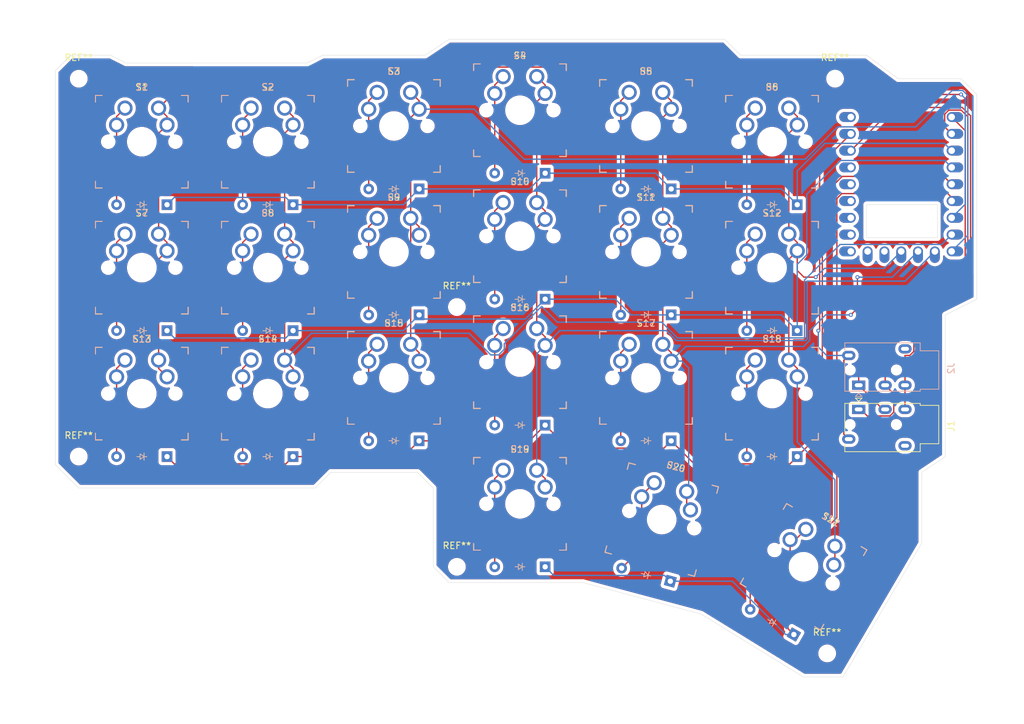
<source format=kicad_pcb>
(kicad_pcb (version 20240108) (generator "pcbnew") (generator_version "8.0")
  (layers (0 "F.Cu" signal) (31 "B.Cu" signal) (34 "B.Paste" user) (35 "F.Paste" user) (36 "B.SilkS" user "B.Silkscreen") (37 "F.SilkS" user "F.Silkscreen") (38 "B.Mask" user) (39 "F.Mask" user) (44 "Edge.Cuts" user))
  (net 0 "")
  (net 1 "Net-(D1-A)")
  (net 2 "ROW0")
  (net 3 "Net-(D2-A)")
  (net 4 "Net-(D3-A)")
  (net 5 "Net-(D4-A)")
  (net 6 "Net-(D5-A)")
  (net 7 "Net-(D6-A)")
  (net 8 "ROW1")
  (net 9 "Net-(D7-A)")
  (net 10 "Net-(D8-A)")
  (net 11 "Net-(D9-A)")
  (net 12 "Net-(D10-A)")
  (net 13 "Net-(D11-A)")
  (net 14 "Net-(D12-A)")
  (net 15 "Net-(D13-A)")
  (net 16 "ROW2")
  (net 17 "Net-(D14-A)")
  (net 18 "Net-(D15-A)")
  (net 19 "Net-(D16-A)")
  (net 20 "Net-(D17-A)")
  (net 21 "Net-(D18-A)")
  (net 22 "ROW3")
  (net 23 "Net-(D19-A)")
  (net 24 "Net-(D20-A)")
  (net 25 "Net-(D21-A)")
  (net 26 "COL0")
  (net 27 "COL1")
  (net 28 "COL2")
  (net 29 "COL3")
  (net 30 "COL4")
  (net 31 "COL5")
  (net 33 "RX")
  (net 34 "VCC")
  (net 40 "TX")
  (net 41 "GND")
  (footprint "ScottoKeebs_Components:Diode_DO-35" (layer "F.Cu") (at 156.209999 85.725001 180)
    (property "Reference" "D12" (hide yes))
    (property "Value" "Diode" (hide yes))
  )
  (footprint "ScottoKeebs_Components:Diode_DO-35" (layer "F.Cu") (at 137.159999 102.393751 180)
    (property "Reference" "D17" (hide yes))
    (property "Value" "Diode" (hide yes))
  )
  (footprint "ScottoKeebs_Components:Diode_DO-35" (layer "F.Cu") (at 155.699556 131.683125 150)
    (property "Reference" "D21" (hide yes))
    (property "Value" "Diode" (hide yes))
  )
  (footprint "ScottoKeebs_Components:Diode_DO-35" (layer "F.Cu") (at 80.009999 66.675001 180)
    (property "Reference" "D2" (hide yes))
    (property "Value" "Diode" (hide yes))
  )
  (footprint "keyswitches:SW_MX_reversible" (layer "F.Cu") (at 133.35 54.76875)
    (property "Reference" "S5")
    (property "Value" "Keyswitch")
  )
  (footprint "ScottoKeebs_Components:Diode_DO-35" (layer "F.Cu") (at 118.109999 61.912501 180)
    (property "Reference" "D4" (hide yes))
    (property "Value" "Diode" (hide yes))
  )
  (footprint "keyswitches:SW_MX_reversible" (layer "F.Cu") (at 133.35 73.81875)
    (property "Reference" "S11")
    (property "Value" "Keyswitch")
  )
  (footprint "ScottoKeebs_Components:Diode_DO-35" (layer "F.Cu") (at 60.959999 104.775001 180)
    (property "Reference" "D13" (hide yes))
    (property "Value" "Diode" (hide yes))
  )
  (footprint "MountingHole:MountingHole_2.2mm_M2" (layer "F.Cu") (at 160.734375 134.540625)
    (property "Reference" "REF**")
    (property "Value" "MountingHole_2.2mm_M2")
  )
  (footprint "keyswitches:SW_MX_reversible" (layer "F.Cu") (at 57.15 76.2)
    (property "Reference" "S7")
    (property "Value" "Keyswitch")
  )
  (footprint "keyswitches:SW_MX_reversible" (layer "F.Cu") (at 95.25 92.86875)
    (property "Reference" "S15")
    (property "Value" "Keyswitch")
  )
  (footprint "Connector_Audio:Jack_3.5mm_PJ320E_Horizontal" (layer "F.Cu") (at 165.496875 97.63125 -90)
    (property "Reference" "J1")
    (property "Value" "AudioJack4")
  )
  (footprint "ScottoKeebs_Components:Diode_DO-35" (layer "F.Cu") (at 99.059999 102.393751 180)
    (property "Reference" "D15" (hide yes))
    (property "Value" "Diode" (hide yes))
  )
  (footprint "ScottoKeebs_Components:Diode_DO-35" (layer "F.Cu") (at 99.059999 83.343751 180)
    (property "Reference" "D9" (hide yes))
    (property "Value" "Diode" (hide yes))
  )
  (footprint "ScottoKeebs_Components:Diode_DO-35" (layer "F.Cu") (at 137.159999 83.343751 180)
    (property "Reference" "D11" (hide yes))
    (property "Value" "Diode" (hide yes))
  )
  (footprint "ScottoKeebs_Components:Diode_DO-35" (layer "F.Cu") (at 60.959999 85.725001 180)
    (property "Reference" "D7" (hide yes))
    (property "Value" "Diode" (hide yes))
  )
  (footprint "MountingHole:MountingHole_2.2mm_M2" (layer "F.Cu") (at 104.775 121.44375)
    (property "Reference" "REF**")
    (property "Value" "MountingHole_2.2mm_M2")
  )
  (footprint "ScottoKeebs_Components:Diode_DO-35" (layer "F.Cu") (at 137.030177 123.620476 165)
    (property "Reference" "D20" (hide yes))
    (property "Value" "Diode" (hide yes))
  )
  (footprint "ScottoKeebs_Components:Diode_DO-35" (layer "F.Cu") (at 118.109999 80.962501 180)
    (property "Reference" "D10" (hide yes))
    (property "Value" "Diode" (hide yes))
  )
  (footprint "ScottoKeebs_Components:Diode_DO-35" (layer "F.Cu") (at 156.209999 104.775 180)
    (property "Reference" "D18" (hide yes))
    (property "Value" "Diode" (hide yes))
  )
  (footprint "keyswitches:SW_MX_reversible" (layer "F.Cu") (at 114.3 52.3875)
    (property "Reference" "S4")
    (property "Value" "Keyswitch")
  )
  (footprint "ScottoKeebs_Components:Diode_DO-35" (layer "F.Cu") (at 99.059999 64.293751 180)
    (property "Reference" "D3" (hide yes))
    (property "Value" "Diode" (hide yes))
  )
  (footprint "keyswitches:SW_MX_reversible" (layer "F.Cu") (at 152.4 95.25)
    (property "Reference" "S18")
    (property "Value" "Keyswitch")
  )
  (footprint "keyswitches:SW_MX_reversible" (layer "F.Cu") (at 152.4 57.15)
    (property "Reference" "S6")
    (property "Value" "Keyswitch")
  )
  (footprint "MountingHole:MountingHole_2.2mm_M2" (layer "F.Cu") (at 161.925 47.625)
    (property "Reference" "REF**")
    (property "Value" "MountingHole_2.2mm_M2")
  )
  (footprint "keyswitches:SW_MX_reversible" (layer "F.Cu") (at 133.35 92.86875)
    (property "Reference" "S17")
    (property "Value" "Keyswitch")
  )
  (footprint "keyswitches:SW_MX_reversible" (layer "F.Cu") (at 76.2 95.25)
    (property "Reference" "S14")
    (property "Value" "Keyswitch")
  )
  (footprint "MountingHole:MountingHole_2.2mm_M2" (layer "F.Cu") (at 47.625 47.625)
    (property "Reference" "REF**")
    (property "Value" "MountingHole_2.2mm_M2")
  )
  (footprint "ScottoKeebs_Components:Diode_DO-35" (layer "F.Cu") (at 60.959999 66.675001 180)
    (property "Reference" "D1" (hide yes))
    (property "Value" "Diode" (hide yes))
  )
  (footprint "MountingHole:MountingHole_2.2mm_M2" (layer "F.Cu") (at 104.775 82.153125)
    (property "Reference" "REF**")
    (property "Value" "MountingHole_2.2mm_M2")
  )
  (footprint "ScottoKeebs_Components:Diode_DO-35" (layer "F.Cu") (at 118.109999 100.012501 180)
    (property "Reference" "D16" (hide yes))
    (property "Value" "Diode" (hide yes))
  )
  (footprint "keyswitches:SW_MX_reversible" (layer "F.Cu") (at 76.2 76.2)
    (property "Reference" "S8")
    (property "Value" "Keyswitch")
  )
  (footprint "ScottoKeebs_Components:Diode_DO-35" (layer "F.Cu") (at 137.159999 64.293751 180)
    (property "Reference" "D5" (hide yes))
    (property "Value" "Diode" (hide yes))
  )
  (footprint "ScottoKeebs_Components:Diode_DO-35" (layer "F.Cu") (at 80.009999 104.775001 180)
    (property "Reference" "D14" (hide yes))
    (property "Value" "Diode" (hide yes))
  )
  (footprint "keyswitches:SW_MX_reversible" (layer "F.Cu") (at 76.2 57.15)
    (property "Reference" "S2")
    (property "Value" "Keyswitch")
  )
  (footprint "ScottoKeebs_MCU:RP2040_Zero" (layer "F.Cu") (at 171.92625 63.579375)
    (property "Reference" "U1" (hide yes))
    (property "Value" "RP2040_Zero" (hide yes))
  )
  (footprint "keyswitches:SW_MX_reversible" (layer "F.Cu") (at 114.3 90.4875)
    (property "Reference" "S16")
    (property "Value" "Keyswitch")
  )
  (footprint "keyswitches:SW_MX_reversible" (layer "F.Cu") (at 114.3 71.4375)
    (property "Reference" "S10")
    (property "Value" "Keyswitch")
  )
  (footprint "keyswitches:SW_MX_reversible" (layer "F.Cu") (at 152.4 76.2)
    (property "Reference" "S12")
    (property "Value" "Keyswitch")
  )
  (footprint "keyswitches:SW_MX_reversible" (layer "F.Cu") (at 57.15 57.15)
    (property "Reference" "S1")
    (property "Value" "Keyswitch")
  )
  (footprint "MountingHole:MountingHole_2.2mm_M2" (layer "F.Cu") (at 47.625 104.775)
    (property "Reference" "REF**")
    (property "Value" "MountingHole_2.2mm_M2")
  )
  (footprint "keyswitches:SW_MX_reversible" (layer "F.Cu") (at 95.25 54.76875)
    (property "Reference" "S3")
    (property "Value" "Keyswitch")
  )
  (footprint "keyswitches:SW_MX_reversible" (layer "F.Cu") (at 57.15 95.25)
    (property "Reference" "S13")
    (property "Value" "Keyswitch")
  )
  (footprint "ScottoKeebs_Components:Diode_DO-35" (layer "F.Cu") (at 118.109999 121.443751 180)
    (property "Reference" "D19" (hide yes))
    (property "Value" "Diode" (hide yes))
  )
  (footprint "ScottoKeebs_Components:Diode_DO-35" (layer "F.Cu") (at 80.009999 85.725001 180)
    (property "Reference" "D8" (hide yes))
    (property "Value" "Diode" (hide yes))
  )
  (footprint "keyswitches:SW_MX_reversible" (layer "F.Cu") (at 114.3 111.91875)
    (property "Reference" "S19")
    (property "Value" "Keyswitch")
  )
  (footprint "keyswitches:SW_MX_reversible" (layer "F.Cu") (at 157.1625 121.44375 -30)
    (property "Reference" "S21")
    (property "Value" "Keyswitch")
  )
  (footprint "ScottoKeebs_Components:Diode_DO-35" (layer "F.Cu") (at 156.209999 66.675001 180)
    (property "Reference" "D6" (hide yes))
    (property "Value" "Diode" (hide yes))
  )
  (footprint "keyswitches:SW_MX_reversible" (layer "F.Cu") (at 135.73125 114.3 -15)
    (property "Reference" "S20")
    (property "Value" "Keyswitch")
  )
  (footprint "keyswitches:SW_MX_reversible" (layer "F.Cu") (at 95.25 73.81875)
    (property "Reference" "S9")
    (property "Value" "Keyswitch")
  )
  (footprint "Connector_Audio:Jack_3.5mm_PJ320E_Horizontal" (layer "B.Cu") (at 165.496878 93.978122 90)
    (property "Reference" "J2")
    (property "Value" "AudioJack4")
  )
  (gr_rect (start 166.6875 66.675) (end 177.403125 71.646875) (stroke (width 0.05)) (fill none) (layer "Edge.Cuts"))
  (gr_poly (pts (xy 44.053125 105.965625) (xy 47.625 109.5375) (xy 83.34375 109.5375) (xy 85.725 107.15625) (xy 98.821875 107.15625) (xy 101.203125 109.5375) (xy 101.203125 121.44375) (xy 103.584375 123.825) (xy 123.825 123.825) (xy 141.684375 128.5875) (xy 157.1625 138.1125) (xy 163.115625 138.1125) (xy 175.021875 117.871875) (xy 175.021875 107.15625) (xy 178.59375 104.775) (xy 178.59375 83.34375) (xy 183.35625 80.9625) (xy 183.35625 50.00625) (xy 180.975 47.625) (xy 171.45 47.625) (xy 166.6875 44.053125) (xy 147.6375 44.053125) (xy 145.25625 41.671875) (xy 103.584375 41.671875) (xy 100.0125 44.053125) (xy 84.534375 44.053125) (xy 82.153125 45.24375) (xy 54.76875 45.24375) (xy 52.3875 44.053125) (xy 46.434375 44.053125) (xy 44.053125 46.434375)) (stroke (width 0.05)) (fill none) (layer "Edge.Cuts"))
  (segment (start 53.339999 66.675001) (end 53.339999 54.610001) (width 0.2) (layer "F.Cu") (net 1))
  (segment (start 53.34 53.34) (end 53.34 54.61) (width 0.2) (layer "F.Cu") (net 1))
  (segment (start 53.339999 54.610001) (end 53.34 54.61) (width 0.2) (layer "F.Cu") (net 1))
  (segment (start 54.61 52.07) (end 53.34 53.34) (width 0.2) (layer "F.Cu") (net 1))
  (segment (start 96.678749 66.675001) (end 99.059999 64.293751) (width 0.2) (layer "B.Cu") (net 2))
  (segment (start 156.209999 66.675001) (end 156.209999 61.570702) (width 0.2) (layer "B.Cu") (net 2))
  (segment (start 137.159999 64.293751) (end 153.828749 64.293751) (width 0.2) (layer "B.Cu") (net 2))
  (segment (start 153.828749 64.293751) (end 156.209999 66.675001) (width 0.2) (layer "B.Cu") (net 2))
  (segment (start 62.059999 65.575001) (end 78.909999 65.575001) (width 0.2) (layer "B.Cu") (net 2))
  (segment (start 118.109999 61.912501) (end 134.778749 61.912501) (width 0.2) (layer "B.Cu") (net 2))
  (segment (start 156.209999 61.570702) (end 160.380701 57.4) (width 0.2) (layer "B.Cu") (net 2))
  (segment (start 160.380701 57.4) (end 178.446875 57.4) (width 0.2) (layer "B.Cu") (net 2))
  (segment (start 99.059999 64.293751) (end 115.728749 64.293751) (width 0.2) (layer "B.Cu") (net 2))
  (segment (start 60.959999 66.675001) (end 62.059999 65.575001) (width 0.2) (layer "B.Cu") (net 2))
  (segment (start 80.009999 66.675001) (end 96.678749 66.675001) (width 0.2) (layer "B.Cu") (net 2))
  (segment (start 178.446875 57.4) (end 179.54625 58.499375) (width 0.2) (layer "B.Cu") (net 2))
  (segment (start 134.778749 61.912501) (end 137.159999 64.293751) (width 0.2) (layer "B.Cu") (net 2))
  (segment (start 115.728749 64.293751) (end 118.109999 61.912501) (width 0.2) (layer "B.Cu") (net 2))
  (segment (start 78.909999 65.575001) (end 80.009999 66.675001) (width 0.2) (layer "B.Cu") (net 2))
  (segment (start 73.66 52.22875) (end 73.81875 52.3875) (width 0.2) (layer "F.Cu") (net 3))
  (segment (start 73.81875 52.3875) (end 71.59625 54.61) (width 0.2) (layer "F.Cu") (net 3))
  (segment (start 71.59625 54.61) (end 72.39 54.61) (width 0.2) (layer "F.Cu") (net 3))
  (segment (start 72.389999 56.72167) (end 72.39 56.721669) (width 0.2) (layer "F.Cu") (net 3))
  (segment (start 72.39 56.721669) (end 72.39 54.61) (width 0.2) (layer "F.Cu") (net 3))
  (segment (start 72.389999 66.675001) (end 72.389999 56.72167) (width 0.2) (layer "F.Cu") (net 3))
  (segment (start 73.66 52.07) (end 73.66 52.22875) (width 0.2) (layer "F.Cu") (net 3))
  (segment (start 91.44 64.29375) (end 91.439999 64.293751) (width 0.2) (layer "F.Cu") (net 4))
  (segment (start 91.44 50.95875) (end 91.44 52.22875) (width 0.2) (layer "F.Cu") (net 4))
  (segment (start 92.71 49.68875) (end 91.44 50.95875) (width 0.2) (layer "F.Cu") (net 4))
  (segment (start 91.44 52.22875) (end 91.44 64.29375) (width 0.2) (layer "F.Cu") (net 4))
  (segment (start 110.49 61.9125) (end 110.489999 61.912501) (width 0.2) (layer "F.Cu") (net 5))
  (segment (start 110.49 49.8475) (end 110.49 61.9125) (width 0.2) (layer "F.Cu") (net 5))
  (segment (start 111.76 47.3075) (end 110.49 48.5775) (width 0.2) (layer "F.Cu") (net 5))
  (segment (start 110.49 48.5775) (end 110.49 49.8475) (width 0.2) (layer "F.Cu") (net 5))
  (segment (start 129.54 50.95875) (end 129.54 52.22875) (width 0.2) (layer "F.Cu") (net 6))
  (segment (start 129.54 52.22875) (end 129.54 64.29375) (width 0.2) (layer "F.Cu") (net 6))
  (segment (start 130.81 49.68875) (end 129.54 50.95875) (width 0.2) (layer "F.Cu") (net 6))
  (segment (start 129.54 64.29375) (end 129.539999 64.293751) (width 0.2) (layer "F.Cu") (net 6))
  (segment (start 148.59 53.34) (end 148.59 54.61) (width 0.2) (layer "F.Cu") (net 7))
  (segment (start 149.86 52.07) (end 148.59 53.34) (width 0.2) (layer "F.Cu") (net 7))
  (segment (start 148.59 54.61) (end 148.59 66.675) (width 0.2) (layer "F.Cu") (net 7))
  (segment (start 148.59 66.675) (end 148.589999 66.675001) (width 0.2) (layer "F.Cu") (net 7))
  (segment (start 60.959999 85.725001) (end 62.059999 86.825001) (width 0.2) (layer "B.Cu") (net 8))
  (segment (start 62.059999 86.825001) (end 78.909999 86.825001) (width 0.2) (layer "B.Cu") (net 8))
  (segment (start 118.109999 80.962501) (end 128.714384 80.962501) (width 0.2) (layer "B.Cu") (net 8))
  (segment (start 78.909999 86.825001) (end 80.009999 85.725001) (width 0.2) (layer "B.Cu") (net 8))
  (segment (start 162.76 59.989375) (end 178.49625 59.989375) (width 0.2) (layer "B.Cu") (net 8))
  (segment (start 156.209999 75.700712) (end 157.653 74.257711) (width 0.2) (layer "B.Cu") (net 8))
  (segment (start 178.49625 59.989375) (end 179.54625 61.039375) (width 0.2) (layer "B.Cu") (net 8))
  (segment (start 137.159999 83.343751) (end 153.828749 83.343751) (width 0.2) (layer "B.Cu") (net 8))
  (segment (start 156.209999 85.725001) (end 156.209999 75.700712) (width 0.2) (layer "B.Cu") (net 8))
  (segment (start 96.678749 85.725001) (end 99.059999 83.343751) (width 0.2) (layer "B.Cu") (net 8))
  (segment (start 131.095634 83.343751) (end 137.159999 83.343751) (width 0.2) (layer "B.Cu") (net 8))
  (segment (start 157.653 65.096375) (end 162.76 59.989375) (width 0.2) (layer "B.Cu") (net 8))
  (segment (start 153.828749 83.343751) (end 156.209999 85.725001) (width 0.2) (layer "B.Cu") (net 8))
  (segment (start 80.009999 85.725001) (end 96.678749 85.725001) (width 0.2) (layer "B.Cu") (net 8))
  (segment (start 99.059999 83.343751) (end 99.680748 83.9645) (width 0.2) (layer "B.Cu") (net 8))
  (segment (start 157.653 74.257711) (end 157.653 65.096375) (width 0.2) (layer "B.Cu") (net 8))
  (segment (start 128.714384 80.962501) (end 131.095634 83.343751) (width 0.2) (layer "B.Cu") (net 8))
  (segment (start 99.680748 83.9645) (end 115.108 83.9645) (width 0.2) (layer "B.Cu") (net 8))
  (segment (start 115.108 83.9645) (end 118.109999 80.962501) (width 0.2) (layer "B.Cu") (net 8))
  (segment (start 53.34 72.39) (end 53.34 73.66) (width 0.2) (layer "F.Cu") (net 9))
  (segment (start 54.61 71.12) (end 53.34 72.39) (width 0.2) (layer "F.Cu") (net 9))
  (segment (start 53.34 73.66) (end 53.34 85.725) (width 0.2) (layer "F.Cu") (net 9))
  (segment (start 53.34 85.725) (end 53.339999 85.725001) (width 0.2) (layer "F.Cu") (net 9))
  (segment (start 72.39 72.39) (end 72.39 73.66) (width 0.2) (layer "F.Cu") (net 10))
  (segment (start 73.66 71.12) (end 72.39 72.39) (width 0.2) (layer "F.Cu") (net 10))
  (segment (start 72.39 73.66) (end 72.39 85.725) (width 0.2) (layer "F.Cu") (net 10))
  (segment (start 72.39 85.725) (end 72.389999 85.725001) (width 0.2) (layer "F.Cu") (net 10))
  (segment (start 91.44 70.00875) (end 91.44 71.27875) (width 0.2) (layer "F.Cu") (net 11))
  (segment (start 91.44 71.27875) (end 91.44 83.34375) (width 0.2) (layer "F.Cu") (net 11))
  (segment (start 92.71 68.73875) (end 91.44 70.00875) (width 0.2) (layer "F.Cu") (net 11))
  (segment (start 91.44 83.34375) (end 91.439999 83.343751) (width 0.2) (layer "F.Cu") (net 11))
  (segment (start 110.49 68.8975) (end 110.49 80.9625) (width 0.2) (layer "F.Cu") (net 12))
  (segment (start 110.49 80.9625) (end 110.489999 80.962501) (width 0.2) (layer "F.Cu") (net 12))
  (segment (start 110.49 67.6275) (end 110.49 68.8975) (width 0.2) (layer "F.Cu") (net 12))
  (segment (start 111.76 66.3575) (end 110.49 67.6275) (width 0.2) (layer "F.Cu") (net 12))
  (segment (start 130.81 68.73875) (end 129.54 70.00875) (width 0.2) (layer "F.Cu") (net 13))
  (segment (start 129.54 70.00875) (end 129.54 71.27875) (width 0.2) (layer "F.Cu") (net 13))
  (segment (start 129.54 71.27875) (end 129.54 83.34375) (width 0.2) (layer "F.Cu") (net 13))
  (segment (start 129.54 83.34375) (end 129.539999 83.343751) (width 0.2) (layer "F.Cu") (net 13))
  (segment (start 148.59 73.66) (end 148.59 85.725) (width 0.2) (layer "F.Cu") (net 14))
  (segment (start 148.59 72.39) (end 148.59 73.66) (width 0.2) (layer "F.Cu") (net 14))
  (segment (start 149.86 71.12) (end 148.59 72.39) (width 0.2) (layer "F.Cu") (net 14))
  (segment (start 148.59 85.725) (end 148.589999 85.725001) (width 0.2) (layer "F.Cu") (net 14))
  (segment (start 53.34 92.71) (end 53.34 104.775) (width 0.2) (layer "F.Cu") (net 15))
  (segment (start 53.34 104.775) (end 53.339999 104.775001) (width 0.2) (layer "F.Cu") (net 15))
  (segment (start 53.34 91.44) (end 53.34 92.71) (width 0.2) (layer "F.Cu") (net 15))
  (segment (start 54.61 90.17) (end 53.34 91.44) (width 0.2) (layer "F.Cu") (net 15))
  (segment (start 99.059999 102.393751) (end 115.728749 102.393751) (width 0.2) (layer "F.Cu") (net 16))
  (segment (start 160 65.400701) (end 163.000701 62.4) (width 0.2) (layer "F.Cu") (net 16))
  (segment (start 137.159999 102.393751) (end 140.641248 105.875) (width 0.2) (layer "F.Cu") (net 16))
  (segment (start 115.728749 102.393751) (end 118.109999 100.012501) (width 0.2) (layer "F.Cu") (net 16))
  (segment (start 156.209999 104.775) (end 160 100.984999) (width 0.2) (layer "F.Cu") (net 16))
  (segment (start 60.959999 104.775001) (end 62.059999 105.875001) (width 0.2) (layer "F.Cu") (net 16))
  (segment (start 80.009999 104.775001) (end 96.678749 104.775001) (width 0.2) (layer "F.Cu") (net 16))
  (segment (start 140.641248 105.875) (end 155.109999 105.875) (width 0.2) (layer "F.Cu") (net 16))
  (segment (start 160 100.984999) (end 160 65.400701) (width 0.2) (layer "F.Cu") (net 16))
  (segment (start 121.591249 103.493751) (end 136.059999 103.493751) (width 0.2) (layer "F.Cu") (net 16))
  (segment (start 163.000701 62.4) (end 178.366875 62.4) (width 0.2) (layer "F.Cu") (net 16))
  (segment (start 178.366875 62.4) (end 179.54625 63.579375) (width 0.2) (layer "F.Cu") (net 16))
  (segment (start 78.909999 105.875001) (end 80.009999 104.775001) (width 0.2) (layer "F.Cu") (net 16))
  (segment (start 155.109999 105.875) (end 156.209999 104.775) (width 0.2) (layer "F.Cu") (net 16))
  (segment (start 96.678749 104.775001) (end 99.059999 102.393751) (width 0.2) (layer "F.Cu") (net 16))
  (segment (start 62.059999 105.875001) (end 78.909999 105.875001) (width 0.2) (layer "F.Cu") (net 16))
  (segment (start 136.059999 103.493751) (end 137.159999 102.393751) (width 0.2) (layer "F.Cu") (net 16))
  (segment (start 118.109999 100.012501) (end 121.591249 103.493751) (width 0.2) (layer "F.Cu") (net 16))
  (segment (start 73.66 90.17) (end 72.39 91.44) (width 0.2) (layer "F.Cu") (net 17))
  (segment (start 72.39 91.44) (end 72.39 92.71) (width 0.2) (layer "F.Cu") (net 17))
  (segment (start 72.39 92.71) (end 72.39 104.775) (width 0.2) (layer "F.Cu") (net 17))
  (segment (start 72.39 104.775) (end 72.389999 104.775001) (width 0.2) (layer "F.Cu") (net 17))
  (segment (start 91.44 102.39375) (end 91.439999 102.393751) (width 0.2) (layer "F.Cu") (net 18))
  (segment (start 91.44 89.05875) (end 91.44 90.32875) (width 0.2) (layer "F.Cu") (net 18))
  (segment (start 92.71 87.78875) (end 91.44 89.05875) (width 0.2) (layer "F.Cu") (net 18))
  (segment (start 91.44 90.32875) (end 91.44 102.39375) (width 0.2) (layer "F.Cu") (net 18))
  (segment (start 111.76 85.4075) (end 110.49 86.6775) (width 0.2) (layer "F.Cu") (net 19))
  (segment (start 110.49 100.0125) (end 110.489999 100.012501) (width 0.2) (layer "F.Cu") (net 19))
  (segment (start 110.49 87.9475) (end 110.49 100.0125) (width 0.2) (layer "F.Cu") (net 19))
  (segment (start 110.49 86.6775) (end 110.49 87.9475) (width 0.2) (layer "F.Cu") (net 19))
  (segment (start 129.54 89.05875) (end 129.54 90.32875) (width 0.2) (layer "F.Cu") (net 20))
  (segment (start 129.54 90.32875) (end 129.54 102.39375) (width 0.2) (layer "F.Cu") (net 20))
  (segment (start 129.54 102.39375) (end 129.539999 102.393751) (width 0.2) (layer "F.Cu") (net 20))
  (segment (start 130.81 87.78875) (end 129.54 89.05875) (width 0.2) (layer "F.Cu") (net 20))
  (segment (start 148.59 91.44) (end 148.59 92.71) (width 0.2) (layer "F.Cu") (net 21))
  (segment (start 149.86 90.17) (end 148.59 91.44) (width 0.2) (layer "F.Cu") (net 21))
  (segment (start 148.59 92.71) (end 148.59 104.774999) (width 0.2) (layer "F.Cu") (net 21))
  (segment (start 148.59 104.774999) (end 148.589999 104.775) (width 0.2) (layer "F.Cu") (net 21))
  (segment (start 156.191625 119.09985) (end 157.10015 119.09985) (width 0.2) (layer "F.Cu") (net 22))
  (segment (start 162.2 65.740701) (end 162.940701 65) (width 0.2) (layer "F.Cu") (net 22))
  (segment (start 162.940701 65) (end 165.132722 65) (width 0.2) (layer "F.Cu") (net 22))
  (segment (start 157.10015 119.09985) (end 162.2 114) (width 0.2) (layer "F.Cu") (net 22))
  (segment (start 177.651653 63.69375) (end 179.54625 65.588347) (width 0.2) (layer "F.Cu") (net 22))
  (segment (start 165.132722 65) (end 166.438972 63.69375) (width 0.2) (layer "F.Cu") (net 22))
  (segment (start 166.438972 63.69375) (end 177.651653 63.69375) (width 0.2) (layer "F.Cu") (net 22))
  (segment (start 154.8186 120.472875) (end 156.191625 119.09985) (width 0.2) (layer "F.Cu") (net 22))
  (segment (start 162.2 114) (end 162.2 65.740701) (width 0.2) (layer "F.Cu") (net 22))
  (segment (start 179.54625 65.588347) (end 179.54625 66.119375) (width 0.2) (layer "F.Cu") (net 22))
  (segment (start 155.699556 131.683125) (end 154.8186 130.802169) (width 0.2) (layer "F.Cu") (net 22))
  (segment (start 154.8186 130.802169) (end 154.8186 120.472875) (width 0.2) (layer "F.Cu") (net 22))
  (segment (start 154.466077 131.683125) (end 155.699556 131.683125) (width 0.2) (layer "B.Cu") (net 22))
  (segment (start 146.403428 123.620476) (end 154.466077 131.683125) (width 0.2) (layer "B.Cu") (net 22))
  (segment (start 137.030177 123.620476) (end 146.403428 123.620476) (width 0.2) (layer "B.Cu") (net 22))
  (segment (start 119.414523 122.748275) (end 136.157976 122.748275) (width 0.2) (layer "B.Cu") (net 22))
  (segment (start 118.109999 121.443751) (end 119.414523 122.748275) (width 0.2) (layer "B.Cu") (net 22))
  (segment (start 136.157976 122.748275) (end 137.030177 123.620476) (width 0.2) (layer "B.Cu") (net 22))
  (segment (start 110.49 108.10875) (end 110.49 109.37875) (width 0.2) (layer "F.Cu") (net 23))
  (segment (start 111.76 106.83875) (end 110.49 108.10875) (width 0.2) (layer "F.Cu") (net 23))
  (segment (start 110.49 109.37875) (end 110.49 121.44375) (width 0.2) (layer "F.Cu") (net 23))
  (segment (start 110.49 121.44375) (end 110.489999 121.443751) (width 0.2) (layer "F.Cu") (net 23))
  (segment (start 132.708473 118.609624) (end 129.669822 121.648275) (width 0.2) (layer "F.Cu") (net 24))
  (segment (start 134.592599 108.735696) (end 132.708473 110.619822) (width 0.2) (layer "F.Cu") (net 24))
  (segment (start 132.708473 110.860448) (end 132.708473 118.609624) (width 0.2) (layer "F.Cu") (net 24))
  (segment (start 132.708473 110.619822) (end 132.708473 110.860448) (width 0.2) (layer "F.Cu") (net 24))
  (segment (start 155.132943 117.339045) (end 155.132943 118.955491) (width 0.2) (layer "F.Cu") (net 25))
  (segment (start 155.132943 118.955491) (end 149.100442 124.987992) (width 0.2) (layer "F.Cu") (net 25))
  (segment (start 157.502795 115.774341) (end 155.938091 117.339045) (width 0.2) (layer "F.Cu") (net 25))
  (segment (start 149.100442 124.987992) (end 149.100442 127.873125) (width 0.2) (layer "F.Cu") (net 25))
  (segment (start 155.938091 117.339045) (end 155.132943 117.339045) (width 0.2) (layer "F.Cu") (net 25))
  (segment (start 60.96 53.34) (end 60.96 54.61) (width 0.2) (layer "F.Cu") (net 26))
  (segment (start 166.459722 45.8645) (end 170.601472 50.00625) (width 0.2) (layer "F.Cu") (net 26))
  (segment (start 60.96 92.71) (end 59.69 91.44) (width 0.2) (layer "F.Cu") (net 26))
  (segment (start 59.69 91.44) (end 59.69 90.17) (width 0.2) (layer "F.Cu") (net 26))
  (segment (start 59.69 52.07) (end 65.8955 45.8645) (width 0.2) (layer "F.Cu") (net 26))
  (segment (start 59.69 55.88) (end 59.69 71.12) (width 0.2) (layer "F.Cu") (net 26))
  (segment (start 60.96 73.66) (end 59.69 74.93) (width 0.2) (layer "F.Cu") (net 26))
  (segment (start 59.69 74.93) (end 59.69 90.17) (width 0.2) (layer "F.Cu") (net 26))
  (segment (start 59.69 71.12) (end 60.96 72.39) (width 0.2) (layer "F.Cu") (net 26))
  (segment (start 65.8955 45.8645) (end 166.459722 45.8645) (width 0.2) (layer "F.Cu") (net 26))
  (segment (start 60.96 72.39) (end 60.96 73.66) (width 0.2) (layer "F.Cu") (net 26))
  (segment (start 170.601472 50.00625) (end 180.975 50.00625) (width 0.2) (layer "F.Cu") (net 26))
  (segment (start 60.96 54.61) (end 59.69 55.88) (width 0.2) (layer "F.Cu") (net 26))
  (segment (start 59.69 52.07) (end 60.96 53.34) (width 0.2) (layer "F.Cu") (net 26))
  (via (at 180.975 50.00625) (size 0.6) (drill 0.3) (layers "F.Cu" "B.Cu") (net 26))
  (segment (start 181.59625 50.6275) (end 181.59625 66.609375) (width 0.2) (layer "B.Cu") (net 26))
  (segment (start 181.59625 66.609375) (end 179.54625 68.659375) (width 0.2) (layer "B.Cu") (net 26))
  (segment (start 180.975 50.00625) (end 181.59625 50.6275) (width 0.2) (layer "B.Cu") (net 26))
  (segment (start 80.01 73.66) (end 78.74 74.93) (width 0.2) (layer "F.Cu") (net 27))
  (segment (start 80.01 72.39) (end 80.01 73.66) (width 0.2) (layer "F.Cu") (net 27))
  (segment (start 78.74 55.88) (end 78.74 71.12) (width 0.2) (layer "F.Cu") (net 27))
  (segment (start 78.74 90.17) (end 80.01 91.44) (width 0.2) (layer "F.Cu") (net 27))
  (segment (start 78.74 52.07) (end 80.01 53.34) (width 0.2) (layer "F.Cu") (net 27))
  (segment (start 80.01 53.34) (end 80.01 54.61) (width 0.2) (layer "F.Cu") (net 27))
  (segment (start 80.01 54.61) (end 78.74 55.88) (width 0.2) (layer "F.Cu") (net 27))
  (segment (start 80.01 91.44) (end 80.01 92.71) (width 0.2) (layer "F.Cu") (net 27))
  (segment (start 78.74 74.93) (end 78.74 90.17) (width 0.2) (layer "F.Cu") (net 27))
  (segment (start 78.74 71.12) (end 80.01 72.39) (width 0.2) (layer "F.Cu") (net 27))
  (segment (start 117.575685 82.062501) (end 111.933 87.705186) (width 0.2) (layer "B.Cu") (net 27))
  (segment (start 157.309999 86.825001) (end 138.1125 86.825001) (width 0.2) (layer "B.Cu") (net 27))
  (segment (start 178.05625 72.689375) (end 162.688954 72.689375) (width 0.2) (layer "B.Cu") (net 27))
  (segment (start 179.54625 71.199375) (end 178.05625 72.689375) (width 0.2) (layer "B.Cu") (net 27))
  (segment (start 138.1125 86.825001) (end 135.73125 84.443751) (width 0.2) (layer "B.Cu") (net 27))
  (segment (start 109.892289 89.3905) (end 106.62679 86.125001) (width 0.2) (layer "B.Cu") (net 27))
  (segment (start 119.956935 84.443751) (end 117.575685 82.062501) (width 0.2) (layer "B.Cu") (net 27))
  (segment (start 82.784999 86.125001) (end 78.74 90.17) (width 0.2) (layer "B.Cu") (net 27))
  (segment (start 157.309999 78.06833) (end 157.309999 86.825001) (width 0.2) (layer "B.Cu") (net 27))
  (segment (start 135.73125 84.443751) (end 119.956935 84.443751) (width 0.2) (layer "B.Cu") (net 27))
  (segment (start 111.933 87.705186) (end 111.933 88.545211) (width 0.2) (layer "B.Cu") (net 27))
  (segment (start 111.933 88.545211) (end 111.087711 89.3905) (width 0.2) (layer "B.Cu") (net 27))
  (segment (start 111.087711 89.3905) (end 109.892289 89.3905) (width 0.2) (layer "B.Cu") (net 27))
  (segment (start 106.62679 86.125001) (end 82.784999 86.125001) (width 0.2) (layer "B.Cu") (net 27))
  (segment (start 162.688954 72.689375) (end 157.309999 78.06833) (width 0.2) (layer "B.Cu") (net 27))
  (segment (start 97.79 87.78875) (end 99.06 89.05875) (width 0.2) (layer "F.Cu") (net 28))
  (segment (start 99.06 70.00875) (end 99.06 71.27875) (width 0.2) (layer "F.Cu") (net 28))
  (segment (start 97.79 53.49875) (end 97.79 68.73875) (width 0.2) (layer "F.Cu") (net 28))
  (segment (start 99.06 52.22875) (end 97.79 53.49875) (width 0.2) (layer "F.Cu") (net 28))
  (segment (start 99.06 89.05875) (end 99.06 90.32875) (width 0.2) (layer "F.Cu") (net 28))
  (segment (start 97.79 68.73875) (end 99.06 70.00875) (width 0.2) (layer "F.Cu") (net 28))
  (segment (start 97.79 49.68875) (end 99.06 50.95875) (width 0.2) (layer "F.Cu") (net 28))
  (segment (start 99.06 50.95875) (end 99.06 52.22875) (width 0.2) (layer "F.Cu") (net 28))
  (segment (start 97.79 68.73875) (end 97.79 87.78875) (width 0.2) (layer "F.Cu") (net 28))
  (segment (start 162.30564 54.909375) (end 174.121875 54.909375) (width 0.2) (layer "B.Cu") (net 28))
  (segment (start 107.362921 52.22875) (end 114.926054 59.791883) (width 0.2) (layer "B.Cu") (net 28))
  (segment (start 174.121875 54.909375) (end 179.625 49.40625) (width 0.2) (layer "B.Cu") (net 28))
  (segment (start 181.99625 50.178971) (end 181.99625 71.289375) (width 0.2) (layer "B.Cu") (net 28))
  (segment (start 181.223529 49.40625) (end 181.99625 50.178971) (width 0.2) (layer "B.Cu") (net 28))
  (segment (start 179.625 49.40625) (end 181.223529 49.40625) (width 0.2) (layer "B.Cu") (net 28))
  (segment (start 99.06 52.22875) (end 107.362921 52.22875) (width 0.2) (layer "B.Cu") (net 28))
  (segment (start 181.99625 71.289375) (end 179.54625 73.739375) (width 0.2) (layer "B.Cu") (net 28))
  (segment (start 157.423132 59.791883) (end 162.30564 54.909375) (width 0.2) (layer "B.Cu") (net 28))
  (segment (start 114.926054 59.791883) (end 157.423132 59.791883) (width 0.2) (layer "B.Cu") (net 28))
  (segment (start 116.84 47.3075) (end 118.11 48.5775) (width 0.2) (layer "F.Cu") (net 29))
  (segment (start 116.84 85.4075) (end 118.11 86.6775) (width 0.2) (layer "F.Cu") (net 29))
  (segment (start 116.84 70.1675) (end 116.84 85.4075) (width 0.2) (layer "F.Cu") (net 29))
  (segment (start 118.11 68.8975) (end 116.84 70.1675) (width 0.2) (layer "F.Cu") (net 29))
  (segment (start 116.84 66.3575) (end 118.11 67.6275) (width 0.2) (layer "F.Cu") (net 29))
  (segment (start 118.11 108.10875) (end 118.11 109.37875) (width 0.2) (layer "F.Cu") (net 29))
  (segment (start 118.11 86.6775) (end 118.11 87.9475) (width 0.2) (layer "F.Cu") (net 29))
  (segment (start 116.84 51.1175) (end 116.84 66.3575) (width 0.2) (layer "F.Cu") (net 29))
  (segment (start 116.84 106.83875) (end 118.11 108.10875) (width 0.2) (layer "F.Cu") (net 29))
  (segment (start 118.11 49.8475) (end 116.84 51.1175) (width 0.2) (layer "F.Cu") (net 29))
  (segment (start 118.11 48.5775) (end 118.11 49.8475) (width 0.2) (layer "F.Cu") (net 29))
  (segment (start 118.11 67.6275) (end 118.11 68.8975) (width 0.2) (layer "F.Cu") (net 29))
  (segment (start 157.475684 87.225001) (end 137.946814 87.225001) (width 0.2) (layer "B.Cu") (net 29))
  (segment (start 157.709999 78.234016) (end 157.709999 86.990686) (width 0.2) (layer "B.Cu") (net 29))
  (segment (start 172.511609 78.234016) (end 157.709999 78.234016) (width 0.2) (layer "B.Cu") (net 29))
  (segment (start 157.709999 86.990686) (end 157.475684 87.225001) (width 0.2) (layer "B.Cu") (net 29))
  (segment (start 136.446813 85.725) (end 120.3325 85.725) (width 0.2) (layer "B.Cu") (net 29))
  (segment (start 118.11 87.9475) (end 116.84 89.2175) (width 0.2) (layer "B.Cu") (net 29))
  (segment (start 137.946814 87.225001) (end 136.446813 85.725) (width 0.2) (layer "B.Cu") (net 29))
  (segment (start 177.00625 73.739375) (end 172.511609 78.234016) (width 0.2) (layer "B.Cu") (net 29))
  (segment (start 120.3325 85.725) (end 118.11 87.9475) (width 0.2) (layer "B.Cu") (net 29))
  (segment (start 116.84 89.2175) (end 116.84 106.83875) (width 0.2) (layer "B.Cu") (net 29))
  (segment (start 135.89 49.68875) (end 137.16 50.95875) (width 0.2) (layer "F.Cu") (net 30))
  (segment (start 135.89 68.73875) (end 137.16 70.00875) (width 0.2) (layer "F.Cu") (net 30))
  (segment (start 137.16 71.27875) (end 135.89 72.54875) (width 0.2) (layer "F.Cu") (net 30))
  (segment (start 137.16 50.95875) (end 137.16 52.22875) (width 0.2) (layer "F.Cu") (net 30))
  (segment (start 137.16 89.05875) (end 137.16 90.32875) (width 0.2) (layer "F.Cu") (net 30))
  (segment (start 135.89 53.49875) (end 135.89 68.73875) (width 0.2) (layer "F.Cu") (net 30))
  (segment (start 135.89 87.78875) (end 137.16 89.05875) (width 0.2) (layer "F.Cu") (net 30))
  (segment (start 165.30625 82.34375) (end 164.30625 83.34375) (width 0.2) (layer "F.Cu") (net 30))
  (segment (start 139.499502 110.050497) (end 139.499502 112.263323) (width 0.2) (layer "F.Cu") (net 30))
  (segment (start 135.89 72.54875) (end 135.89 87.78875) (width 0.2) (layer "F.Cu") (net 30))
  (segment (start 165.30625 77.634016) (end 165.30625 82.34375) (width 0.2) (layer "F.Cu") (net 30))
  (segment (start 137.16 70.00875) (end 137.16 71.27875) (width 0.2) (layer "F.Cu") (net 30))
  (segment (start 137.16 52.22875) (end 135.89 53.49875) (width 0.2) (layer "F.Cu") (net 30))
  (segment (start 139.499502 112.263323) (end 140.068828 112.832649) (width 0.2) (layer "F.Cu") (net 30))
  (via (at 165.30625 77.634016) (size 0.6) (drill 0.3) (layers "F.Cu" "B.Cu") (net 30))
  (via (at 164.30625 83.34375) (size 0.6) (drill 0.3) (layers "F.Cu" "B.Cu") (net 30))
  (segment (start 138.776446 90.32875) (end 139.8 91.352304) (width 0.2) (layer "B.Cu") (net 30))
  (segment (start 139.8 91.352304) (end 139.8 109.749999) (width 0.2) (layer "B.Cu") (net 30))
  (segment (start 157.160121 88.10625) (end 139.3825 88.10625) (width 0.2) (layer "B.Cu") (net 30))
  (segment (start 158.109999 87.156372) (end 157.160121 88.10625) (width 0.2) (layer "B.Cu") (net 30))
  (segment (start 160.491249 83.34375) (end 158.109999 85.725) (width 0.2) (layer "B.Cu") (net 30))
  (segment (start 139.8 109.749999) (end 139.499502 110.050497) (width 0.2) (layer "B.Cu") (net 30))
  (segment (start 174.46625 73.739375) (end 170.571609 77.634016) (width 0.2) (layer "B.Cu") (net 30))
  (segment (start 164.30625 83.34375) (end 160.491249 83.34375) (width 0.2) (layer "B.Cu") (net 30))
  (segment (start 139.3825 88.10625) (end 137.16 90.32875) (width 0.2) (layer "B.Cu") (net 30))
  (segment (start 170.571609 77.634016) (end 165.30625 77.634016) (width 0.2) (layer "B.Cu") (net 30))
  (segment (start 137.16 90.32875) (end 138.776446 90.32875) (width 0.2) (layer "B.Cu") (net 30))
  (segment (start 158.109999 85.725) (end 158.109999 87.156372) (width 0.2) (layer "B.Cu") (net 30))
  (segment (start 156.21 54.61) (end 154.94 55.88) (width 0.2) (layer "F.Cu") (net 31))
  (segment (start 156.21 53.34) (end 156.21 54.61) (width 0.2) (layer "F.Cu") (net 31))
  (segment (start 157.215687 77.634016) (end 156.21 76.628329) (width 0.2) (layer "F.Cu") (net 31))
  (segment (start 154.94 71.12) (end 156.21 72.39) (width 0.2) (layer "F.Cu") (net 31))
  (segment (start 154.94 74.93) (end 156.21 73.66) (width 0.2) (layer "F.Cu") (net 31))
  (segment (start 154.94 90.17) (end 156.21 91.44) (width 0.2) (layer "F.Cu") (net 31))
  (segment (start 156.21 91.44) (end 156.21 92.71) (width 0.2) (layer "F.Cu") (net 31))
  (segment (start 161.902205 120.978897) (end 161.732057 121.149045) (width 0.2) (layer "F.Cu") (net 31))
  (segment (start 161.902205 118.314341) (end 161.902205 120.978897) (width 0.2) (layer "F.Cu") (net 31))
  (segment (start 154.94 52.07) (end 156.21 53.34) (width 0.2) (layer "F.Cu") (net 31))
  (segment (start 156.21 72.39) (end 156.21 73.66) (width 0.2) (layer "F.Cu") (net 31))
  (segment (start 154.94 55.88) (end 154.94 71.12) (width 0.2) (layer "F.Cu") (net 31))
  (segment (start 159 77.634016) (end 157.215687 77.634016) (width 0.2) (layer "F.Cu") (net 31))
  (segment (start 154.94 90.17) (end 154.94 74.93) (width 0.2) (layer "F.Cu") (net 31))
  (segment (start 156.21 76.628329) (end 156.21 73.66) (width 0.2) (layer "F.Cu") (net 31))
  (via (at 159 77.634016) (size 0.6) (drill 0.3) (layers "F.Cu" "B.Cu") (net 31))
  (segment (start 156.21 92.71) (end 156.21 102.575001) (width 0.2) (layer "B.Cu") (net 31))
  (segment (start 160.333883 76.300133) (end 159 77.634016) (width 0.2) (layer "B.Cu") (net 31))
  (segment (start 156.21 102.575001) (end 161.902205 108.267206) (width 0.2) (layer "B.Cu") (net 31))
  (segment (start 171.92625 73.739375) (end 169.365492 76.300133) (width 0.2) (layer "B.Cu") (net 31))
  (segment (start 169.365492 76.300133) (end 160.333883 76.300133) (width 0.2) (layer "B.Cu") (net 31))
  (segment (start 161.902205 108.267206) (end 161.902205 118.314341) (width 0.2) (layer "B.Cu") (net 31))
  (segment (start 170.796875 95.278119) (end 169.496878 93.978122) (width 0.2) (layer "F.Cu") (net 33))
  (segment (start 179.111326 52.369375) (end 178.49625 52.984451) (width 0.2) (layer "F.Cu") (net 33))
  (segment (start 178.49625 52.984451) (end 178.49625 54.909375) (width 0.2) (layer "F.Cu") (net 33))
  (segment (start 169.496878 88.287311) (end 181.99625 75.787939) (width 0.2) (layer "F.Cu") (net 33))
  (segment (start 165.796875 97.63125) (end 166.796875 98.63125) (width 0.2) (layer "F.Cu") (net 33))
  (segment (start 181.99625 53.384451) (end 180.981174 52.369375) (width 0.2) (layer "F.Cu") (net 33))
  (segment (start 170.211089 98.63125) (end 170.796875 98.045464) (width 0.2) (layer "F.Cu") (net 33))
  (segment (start 178.49625 54.909375) (end 179.54625 55.959375) (width 0.2) (layer "F.Cu") (net 33))
  (segment (start 181.99625 75.787939) (end 181.99625 53.384451) (width 0.2) (layer "F.Cu") (net 33))
  (segment (start 170.796875 98.045464) (end 170.796875 95.278119) (width 0.2) (layer "F.Cu") (net 33))
  (segment (start 169.496878 93.978122) (end 169.496878 88.287311) (width 0.2) (layer "F.Cu") (net 33))
  (segment (start 166.796875 98.63125) (end 170.211089 98.63125) (width 0.2) (layer "F.Cu") (net 33))
  (segment (start 180.981174 52.369375) (end 179.111326 52.369375) (width 0.2) (layer "F.Cu") (net 33))
  (segment (start 165.496875 97.63125) (end 165.796875 97.63125) (width 0.2) (layer "F.Cu") (net 33))
  (segment (start 173.83125 85.100247) (end 182.39625 76.535247) (width 0.2) (layer "F.Cu") (net 34))
  (segment (start 172.496878 93.978122) (end 172.496878 97.631247) (width 0.2) (layer "F.Cu") (net 34))
  (segment (start 173.83125 88.857964) (end 173.83125 85.100247) (width 0.2) (layer "F.Cu") (net 34))
  (segment (start 182.39625 53.218765) (end 181.14686 51.969375) (width 0.2) (layer "F.Cu") (net 34))
  (segment (start 172.496878 89.478122) (end 173.211092 89.478122) (width 0.2) (layer "F.Cu") (net 34))
  (segment (start 170.83625 51.969375) (end 164.30625 58.499375) (width 0.2) (layer "F.Cu") (net 34))
  (segment (start 173.211092 89.478122) (end 173.83125 88.857964) (width 0.2) (layer "F.Cu") (net 34))
  (segment (start 182.39625 76.535247) (end 182.39625 53.218765) (width 0.2) (layer "F.Cu") (net 34))
  (segment (start 172.496878 97.631247) (end 172.496875 97.63125) (width 0.2) (layer "F.Cu") (net 34))
  (segment (start 181.14686 51.969375) (end 170.83625 51.969375) (width 0.2) (layer "F.Cu") (net 34))
  (segment (start 172.496878 93.978122) (end 172.496878 89.478122) (width 0.2) (layer "F.Cu") (net 34))
  (segment (start 179.54625 53.419375) (end 181.59625 55.469375) (width 0.2) (layer "F.Cu") (net 40))
  (segment (start 165.496878 93.978122) (end 169.150006 97.63125) (width 0.2) (layer "F.Cu") (net 40))
  (segment (start 169.150006 97.63125) (end 169.496875 97.63125) (width 0.2) (layer "F.Cu") (net 40))
  (segment (start 165.496878 91.721625) (end 165.496878 93.978122) (width 0.2) (layer "F.Cu") (net 40))
  (segment (start 181.59625 75.622253) (end 165.496878 91.721625) (width 0.2) (layer "F.Cu") (net 40))
  (segment (start 181.59625 55.469375) (end 181.59625 75.622253) (width 0.2) (layer "F.Cu") (net 40))
  (segment (start 164.30625 55.959375) (end 159.6 60.665625) (width 0.2) (layer "F.Cu") (net 41))
  (segment (start 159.6 60.665625) (end 159.6 85.525) (width 0.2) (layer "F.Cu") (net 41))
  (segment (start 163.996875 102.13125) (end 163.246875 101.38125) (width 0.2) (layer "F.Cu") (net 41))
  (segment (start 163.246875 101.38125) (end 163.246875 90.228125) (width 0.2) (layer "F.Cu") (net 41))
  (segment (start 159.6 85.525) (end 159.4 85.725) (width 0.2) (layer "F.Cu") (net 41))
  (segment (start 163.246875 90.228125) (end 163.996878 89.478122) (width 0.2) (layer "F.Cu") (net 41))
  (via (at 159.4 85.725) (size 0.6) (drill 0.3) (layers "F.Cu" "B.Cu") (net 41))
  (segment (start 159.4 85.725) (end 159.4 88.224747) (width 0.2) (layer "B.Cu") (net 41))
  (segment (start 160.653375 89.478122) (end 163.996878 89.478122) (width 0.2) (layer "B.Cu") (net 41))
  (segment (start 159.4 88.224747) (end 160.653375 89.478122) (width 0.2) (layer "B.Cu") (net 41))
  (zone (net 0) (net_name "") (layers "F&B.Cu") (connect_pads (clearance 0.5)) (min_thickness 0.25) (fill yes (thermal_gap 0.5) (thermal_bridge_width 0.5) (island_removal_mode 1) (island_area_min 10))
    (polygon (pts (xy 35.71875 114.3) (xy 128.5875 145.25625) (xy 190.5 145.25625) (xy 190.5 47.625) (xy 173.83125 35.71875) (xy 35.71875 35.71875)))
  )
)
</source>
